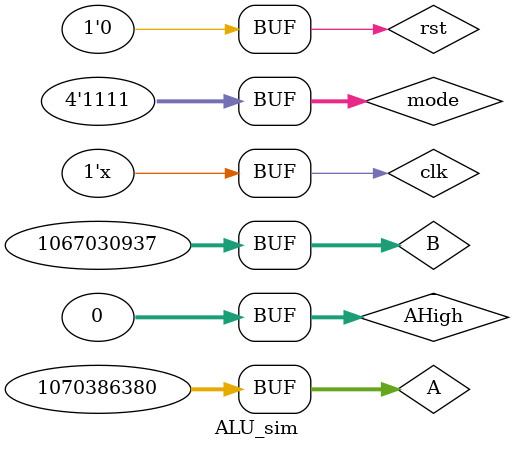
<source format=v>
`timescale 1ns / 1ps


module ALU_sim;

	// Inputs
	reg clk;
	reg rst;
	reg [31:0] A;
	reg [31:0] B;
	reg [31:0] AHigh;
	reg [3:0] mode;

	// Outputs
	wire [63:0] ALU_out;
	wire cf;
	wire sf;

	// Instantiate the Unit Under Test (UUT)
	ALU uut (
		.clk(clk), 
		.rst(rst), 
		.A(A), 
		.B(B), 
		.AHigh(AHigh), 
		.mode(mode), 
		.ALU_out(ALU_out), 
		.cf(cf), 
		.sf(sf)
	);

	initial begin
		// Initialize Inputs
		clk = 0;
		rst = 0;
		//1.6
		A = 32'h3FCCCCCC;
		//A=32'b01111111100000000000000000000000;
		//A=32'hFFFFFFFF;
		//A=32'h0;
		//A=32'h7F011111;
		//1.2
		//B=32'h00811111;
		B = 32'h3F999999;
		AHigh = 0;
		mode = 0;
		// Wait 100 ns for global reset to finish
		#50;
		mode=0;
		#50;
		mode=1;
		#50;
		mode=2;
		#50;
		mode=3;
		#50;
		mode=4;
		#50;
		mode=5;
		#50;
		mode=6;
		#50;
		mode=7;
		#50;
		mode=8;
		#50;
		mode=9;
		#50;
		mode=10;
		#50;
		mode=11;
		#50;
		mode=12;
		#50;
		mode=13;
		#50;
		mode=14;
		#50;
		mode=15;
	end
	always #20 clk=~clk;
endmodule


</source>
